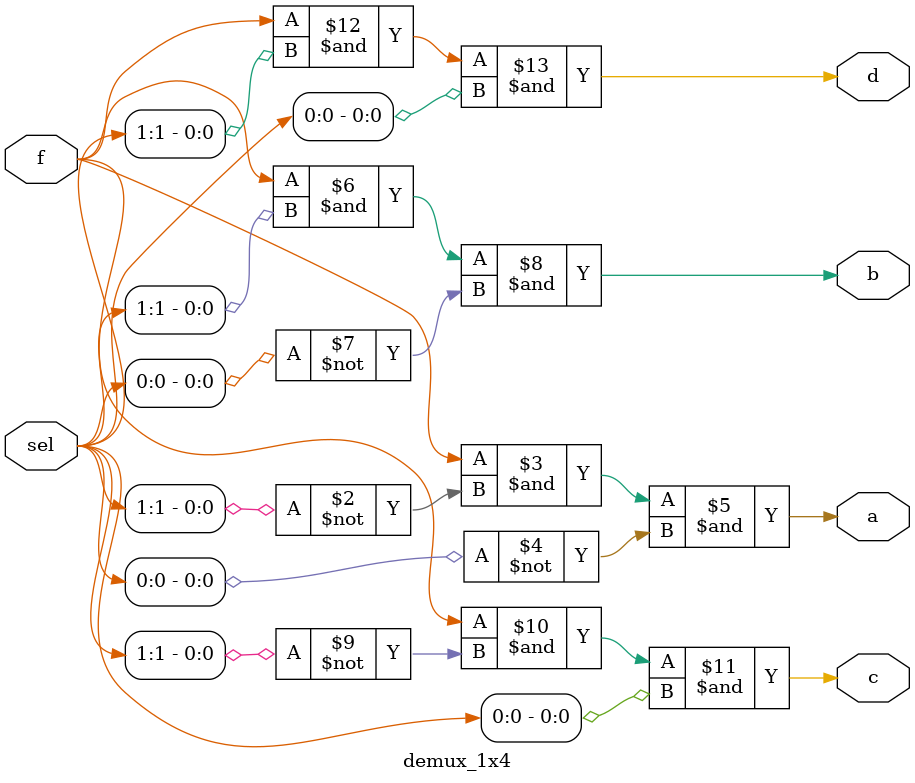
<source format=v>
module demux_1x4 (input f,
						input [1:0] sel,
						
						output reg a, b, c, d);
			  
always @ (f or sel) begin
	
	a = f & ~sel[1] & ~sel[0];
	b = f &  sel[1] & ~sel[0];
	c = f & ~sel[1] &  sel[0];
	d = f &  sel[1] &  sel[0];

end

endmodule	
			  
</source>
